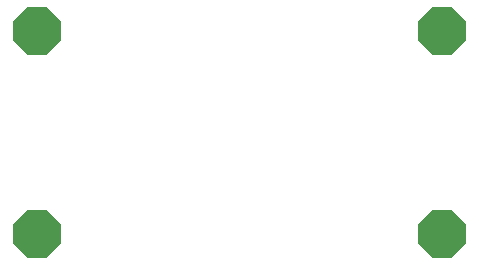
<source format=gbs>
G75*
%MOIN*%
%OFA0B0*%
%FSLAX25Y25*%
%IPPOS*%
%LPD*%
%AMOC8*
5,1,8,0,0,1.08239X$1,22.5*
%
%ADD10OC8,0.15800*%
D10*
X0022200Y0022200D03*
X0022200Y0089700D03*
X0157200Y0089700D03*
X0157200Y0022200D03*
M02*

</source>
